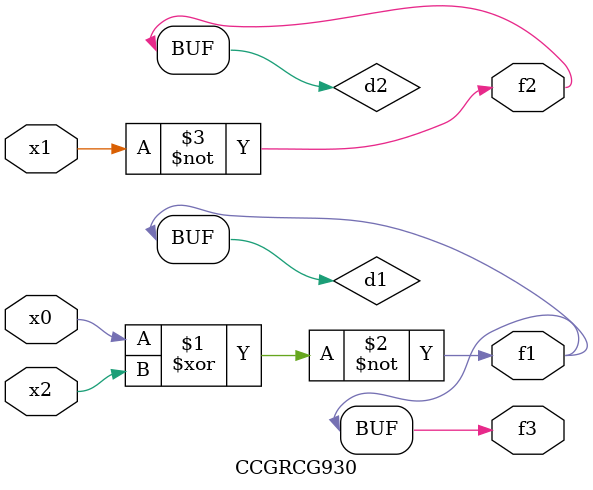
<source format=v>
module CCGRCG930(
	input x0, x1, x2,
	output f1, f2, f3
);

	wire d1, d2, d3;

	xnor (d1, x0, x2);
	nand (d2, x1);
	nor (d3, x1, x2);
	assign f1 = d1;
	assign f2 = d2;
	assign f3 = d1;
endmodule

</source>
